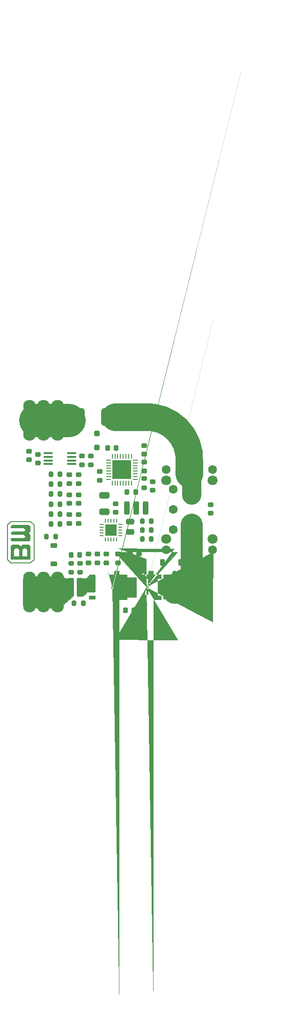
<source format=gbr>
%TF.GenerationSoftware,KiCad,Pcbnew,8.0.5*%
%TF.CreationDate,2024-10-29T13:47:40+01:00*%
%TF.ProjectId,BatteryMonitor,42617474-6572-4794-9d6f-6e69746f722e,rev?*%
%TF.SameCoordinates,Original*%
%TF.FileFunction,Soldermask,Top*%
%TF.FilePolarity,Negative*%
%FSLAX46Y46*%
G04 Gerber Fmt 4.6, Leading zero omitted, Abs format (unit mm)*
G04 Created by KiCad (PCBNEW 8.0.5) date 2024-10-29 13:47:40*
%MOMM*%
%LPD*%
G01*
G04 APERTURE LIST*
G04 Aperture macros list*
%AMRoundRect*
0 Rectangle with rounded corners*
0 $1 Rounding radius*
0 $2 $3 $4 $5 $6 $7 $8 $9 X,Y pos of 4 corners*
0 Add a 4 corners polygon primitive as box body*
4,1,4,$2,$3,$4,$5,$6,$7,$8,$9,$2,$3,0*
0 Add four circle primitives for the rounded corners*
1,1,$1+$1,$2,$3*
1,1,$1+$1,$4,$5*
1,1,$1+$1,$6,$7*
1,1,$1+$1,$8,$9*
0 Add four rect primitives between the rounded corners*
20,1,$1+$1,$2,$3,$4,$5,0*
20,1,$1+$1,$4,$5,$6,$7,0*
20,1,$1+$1,$6,$7,$8,$9,0*
20,1,$1+$1,$8,$9,$2,$3,0*%
%AMFreePoly0*
4,1,93,-0.830491,2.973079,-0.794443,2.958147,-0.766853,2.930557,-0.751921,2.894509,-0.750000,2.875000,-0.750000,2.280000,0.350000,2.280000,0.350000,2.875000,0.351921,2.894509,0.366853,2.930557,0.394443,2.958147,0.430491,2.973079,0.450000,2.975000,1.160000,2.975000,1.179509,2.973079,1.215557,2.958147,1.243147,2.930557,1.258079,2.894509,1.260000,2.875000,1.260000,2.280000,
2.630000,2.280000,2.649509,2.278079,2.685557,2.263147,2.713147,2.235557,2.728079,2.199509,2.730000,2.180000,2.730000,1.630000,2.728079,1.610491,2.713147,1.574443,2.685557,1.546853,2.649509,1.531921,2.630000,1.530000,2.030000,1.530000,2.030000,-1.530000,2.630000,-1.530000,2.649509,-1.531921,2.685557,-1.546853,2.713147,-1.574443,2.728079,-1.610491,2.730000,-1.630000,
2.730000,-2.180000,2.728079,-2.199509,2.713147,-2.235557,2.685557,-2.263147,2.649509,-2.278079,2.630000,-2.280000,1.260000,-2.280000,1.260000,-2.875000,1.258079,-2.894509,1.243147,-2.930557,1.215557,-2.958147,1.179509,-2.973079,1.160000,-2.975000,0.450000,-2.975000,0.430491,-2.973079,0.394443,-2.958147,0.366853,-2.930557,0.351921,-2.894509,0.350000,-2.875000,0.350000,-2.280000,
-0.750000,-2.280000,-0.750000,-2.875000,-0.751921,-2.894509,-0.766853,-2.930557,-0.794443,-2.958147,-0.830491,-2.973079,-0.850000,-2.975000,-1.560000,-2.975000,-1.579509,-2.973079,-1.615557,-2.958147,-1.643147,-2.930557,-1.658079,-2.894509,-1.660000,-2.875000,-1.660000,-2.280000,-1.827000,-2.280000,-1.904685,-2.264548,-1.970543,-2.220543,-2.014548,-2.154685,-2.030000,-2.077000,-2.030000,2.077000,
-2.014548,2.154685,-1.970543,2.220543,-1.904685,2.264548,-1.827000,2.280000,-1.660000,2.280000,-1.660000,2.875000,-1.658079,2.894509,-1.643147,2.930557,-1.615557,2.958147,-1.579509,2.973079,-1.560000,2.975000,-0.850000,2.975000,-0.830491,2.973079,-0.830491,2.973079,$1*%
G04 Aperture macros list end*
%ADD10C,4.000000*%
%ADD11C,6.000000*%
%ADD12C,3.500000*%
%ADD13C,0.100000*%
%ADD14C,5.000000*%
%ADD15C,0.150000*%
%ADD16C,0.000000*%
%ADD17RoundRect,0.100000X0.712500X0.100000X-0.712500X0.100000X-0.712500X-0.100000X0.712500X-0.100000X0*%
%ADD18RoundRect,0.225000X-0.250000X0.225000X-0.250000X-0.225000X0.250000X-0.225000X0.250000X0.225000X0*%
%ADD19RoundRect,0.225000X0.250000X-0.225000X0.250000X0.225000X-0.250000X0.225000X-0.250000X-0.225000X0*%
%ADD20RoundRect,0.200000X-0.200000X-0.275000X0.200000X-0.275000X0.200000X0.275000X-0.200000X0.275000X0*%
%ADD21RoundRect,0.200000X-0.275000X0.200000X-0.275000X-0.200000X0.275000X-0.200000X0.275000X0.200000X0*%
%ADD22RoundRect,0.307500X0.307500X1.337500X-0.307500X1.337500X-0.307500X-1.337500X0.307500X-1.337500X0*%
%ADD23RoundRect,0.187500X0.427500X0.187500X-0.427500X0.187500X-0.427500X-0.187500X0.427500X-0.187500X0*%
%ADD24FreePoly0,180.000000*%
%ADD25RoundRect,0.307500X-0.307500X-1.337500X0.307500X-1.337500X0.307500X1.337500X-0.307500X1.337500X0*%
%ADD26RoundRect,0.187500X-0.427500X-0.187500X0.427500X-0.187500X0.427500X0.187500X-0.427500X0.187500X0*%
%ADD27FreePoly0,0.000000*%
%ADD28RoundRect,0.200000X0.200000X0.275000X-0.200000X0.275000X-0.200000X-0.275000X0.200000X-0.275000X0*%
%ADD29RoundRect,0.225000X-0.225000X-0.375000X0.225000X-0.375000X0.225000X0.375000X-0.225000X0.375000X0*%
%ADD30RoundRect,0.225000X0.225000X0.250000X-0.225000X0.250000X-0.225000X-0.250000X0.225000X-0.250000X0*%
%ADD31RoundRect,0.250000X0.475000X-0.250000X0.475000X0.250000X-0.475000X0.250000X-0.475000X-0.250000X0*%
%ADD32RoundRect,0.062500X0.375000X0.062500X-0.375000X0.062500X-0.375000X-0.062500X0.375000X-0.062500X0*%
%ADD33RoundRect,0.062500X0.062500X0.375000X-0.062500X0.375000X-0.062500X-0.375000X0.062500X-0.375000X0*%
%ADD34R,3.450000X3.450000*%
%ADD35RoundRect,0.225000X-0.225000X-0.250000X0.225000X-0.250000X0.225000X0.250000X-0.225000X0.250000X0*%
%ADD36RoundRect,0.237500X0.237500X-0.987500X0.237500X0.987500X-0.237500X0.987500X-0.237500X-0.987500X0*%
%ADD37RoundRect,0.237500X-0.237500X0.987500X-0.237500X-0.987500X0.237500X-0.987500X0.237500X0.987500X0*%
%ADD38RoundRect,0.250000X0.250000X-0.250000X0.250000X0.250000X-0.250000X0.250000X-0.250000X-0.250000X0*%
%ADD39RoundRect,0.200000X0.275000X-0.200000X0.275000X0.200000X-0.275000X0.200000X-0.275000X-0.200000X0*%
%ADD40RoundRect,0.225000X-0.375000X0.225000X-0.375000X-0.225000X0.375000X-0.225000X0.375000X0.225000X0*%
%ADD41O,0.700000X0.240000*%
%ADD42O,0.240000X0.700000*%
%ADD43R,2.049999X2.049999*%
%ADD44RoundRect,0.250000X-0.650000X0.325000X-0.650000X-0.325000X0.650000X-0.325000X0.650000X0.325000X0*%
%ADD45RoundRect,0.462963X-0.787037X-1.127037X0.787037X-1.127037X0.787037X1.127037X-0.787037X1.127037X0*%
%ADD46RoundRect,0.250000X-0.250000X-1.450000X0.250000X-1.450000X0.250000X1.450000X-0.250000X1.450000X0*%
%ADD47C,2.300000*%
%ADD48C,3.000000*%
%ADD49C,1.600000*%
%ADD50C,1.800000*%
G04 APERTURE END LIST*
D10*
X164500000Y-112200000D02*
G75*
G02*
X161399997Y-115699965I-3398300J-112900D01*
G01*
D11*
X136300000Y-84600000D02*
X142300000Y-84600000D01*
D12*
X164500000Y-98000000D02*
X164500000Y-95100000D01*
D13*
X141600000Y-113100000D02*
X142900000Y-113100000D01*
X142900000Y-116500000D01*
X140600000Y-118400000D01*
X134400000Y-118400000D01*
X134000000Y-118000000D01*
X134000000Y-113200000D01*
X134400000Y-112800000D01*
X141300000Y-112800000D01*
X141600000Y-113100000D01*
G36*
X141600000Y-113100000D02*
G01*
X142900000Y-113100000D01*
X142900000Y-116500000D01*
X140600000Y-118400000D01*
X134400000Y-118400000D01*
X134000000Y-118000000D01*
X134000000Y-113200000D01*
X134400000Y-112800000D01*
X141300000Y-112800000D01*
X141600000Y-113100000D01*
G37*
D14*
X155900000Y-84000000D02*
G75*
G02*
X164100001Y-92100000I568500J-7625100D01*
G01*
X164100000Y-92100000D02*
X164100000Y-94200000D01*
X155900000Y-84000000D02*
X150700000Y-84000000D01*
D13*
X152000000Y-112900000D02*
X154500000Y-112900000D01*
X154500000Y-116500000D01*
X152000000Y-116500000D01*
X152000000Y-112900000D01*
G36*
X152000000Y-112900000D02*
G01*
X154500000Y-112900000D01*
X154500000Y-116500000D01*
X152000000Y-116500000D01*
X152000000Y-112900000D01*
G37*
D10*
X164500000Y-112200000D02*
X164500000Y-103400000D01*
D13*
X146800000Y-115600000D02*
X145600000Y-115600000D01*
X144900000Y-116300000D01*
X144100000Y-116300000D01*
X144100000Y-113100000D01*
X145400000Y-113100000D01*
X146000000Y-112500000D01*
X146800000Y-112500000D01*
X146800000Y-115600000D01*
G36*
X146800000Y-115600000D02*
G01*
X145600000Y-115600000D01*
X144900000Y-116300000D01*
X144100000Y-116300000D01*
X144100000Y-113100000D01*
X145400000Y-113100000D01*
X146000000Y-112500000D01*
X146800000Y-112500000D01*
X146800000Y-115600000D01*
G37*
D15*
%TO.C,REF\u002A\u002A*%
X136000000Y-103450000D02*
X136000000Y-109750000D01*
X135400000Y-110350000D01*
X131800000Y-110350000D01*
X131200000Y-109750000D01*
X131200000Y-103450000D01*
X131800000Y-102850000D01*
X135400000Y-102850000D01*
X136000000Y-103450000D01*
D16*
G36*
X133300000Y-107950000D02*
G01*
X133000000Y-107650000D01*
X132700000Y-107650000D01*
X132400000Y-107950000D01*
X132400000Y-109150000D01*
X133300000Y-109150000D01*
X133300000Y-109750000D01*
X131800000Y-109750000D01*
X131800000Y-107350000D01*
X132100000Y-107050000D01*
X133300000Y-107050000D01*
X133300000Y-107950000D01*
G37*
G36*
X135400000Y-107350000D02*
G01*
X135400000Y-109750000D01*
X133300000Y-109750000D01*
X133300000Y-109150000D01*
X133300000Y-107950000D01*
X133900000Y-107950000D01*
X133900000Y-109150000D01*
X134800000Y-109150000D01*
X134800000Y-107950000D01*
X134500000Y-107650000D01*
X134200000Y-107650000D01*
X133900000Y-107950000D01*
X133300000Y-107950000D01*
X133300000Y-107050000D01*
X133600000Y-107350000D01*
X133900000Y-107050000D01*
X135100000Y-107050000D01*
X135400000Y-107350000D01*
G37*
G36*
X135400000Y-103750000D02*
G01*
X135400000Y-104650000D01*
X135100000Y-104950000D01*
X135400000Y-105250000D01*
X135400000Y-106150000D01*
X135100000Y-106450000D01*
X132100000Y-106450000D01*
X131800000Y-106150000D01*
X131800000Y-105850000D01*
X134200000Y-105850000D01*
X134500000Y-105550000D01*
X134200000Y-105250000D01*
X132100000Y-105250000D01*
X131800000Y-104950000D01*
X132100000Y-104650000D01*
X134200000Y-104650000D01*
X134500000Y-104350000D01*
X134200000Y-104050000D01*
X131800000Y-104050000D01*
X131800000Y-103750000D01*
X132100000Y-103450000D01*
X135100000Y-103450000D01*
X135400000Y-103750000D01*
G37*
%TD*%
D17*
%TO.C,U3*%
X142812500Y-92475000D03*
X142812500Y-91825000D03*
X142812500Y-91175000D03*
X142812500Y-90525000D03*
X138587500Y-90525000D03*
X138587500Y-91175000D03*
X138587500Y-91825000D03*
X138587500Y-92475000D03*
%TD*%
D18*
%TO.C,C19*%
X144700000Y-91025000D03*
X144700000Y-92575000D03*
%TD*%
%TO.C,C16*%
X146300000Y-91025000D03*
X146300000Y-92575000D03*
%TD*%
D19*
%TO.C,C12*%
X136700000Y-92275000D03*
X136700000Y-90725000D03*
%TD*%
%TO.C,C11*%
X135100000Y-90125000D03*
X135100000Y-91675000D03*
%TD*%
D20*
%TO.C,R9*%
X139075000Y-97900000D03*
X140725000Y-97900000D03*
%TD*%
D18*
%TO.C,C13*%
X144100000Y-94425000D03*
X144100000Y-95975000D03*
%TD*%
D21*
%TO.C,R17*%
X144300000Y-110375000D03*
X144300000Y-112025000D03*
%TD*%
D22*
%TO.C,Q3*%
X159960000Y-115335000D03*
D23*
X159960000Y-112795000D03*
D24*
X156355000Y-114700000D03*
%TD*%
D25*
%TO.C,Q2*%
X146540000Y-114065000D03*
D26*
X146540000Y-116605000D03*
D27*
X150145000Y-114700000D03*
%TD*%
D20*
%TO.C,R12*%
X139075000Y-103300000D03*
X140725000Y-103300000D03*
%TD*%
D28*
%TO.C,R4*%
X157225000Y-106000000D03*
X155575000Y-106000000D03*
%TD*%
D29*
%TO.C,D2*%
X159250000Y-110200000D03*
X162550000Y-110200000D03*
%TD*%
D18*
%TO.C,C24*%
X168000000Y-99825000D03*
X168000000Y-101375000D03*
%TD*%
D21*
%TO.C,R14*%
X153400000Y-108675000D03*
X153400000Y-110325000D03*
%TD*%
D18*
%TO.C,C3*%
X147900000Y-93825000D03*
X147900000Y-95375000D03*
%TD*%
D30*
%TO.C,C2*%
X150875000Y-89600000D03*
X149325000Y-89600000D03*
%TD*%
D19*
%TO.C,C1*%
X155900000Y-93675000D03*
X155900000Y-92125000D03*
%TD*%
D28*
%TO.C,R21*%
X139925000Y-105600000D03*
X138275000Y-105600000D03*
%TD*%
D20*
%TO.C,R10*%
X139075000Y-99700000D03*
X140725000Y-99700000D03*
%TD*%
D18*
%TO.C,C23*%
X145900000Y-108725000D03*
X145900000Y-110275000D03*
%TD*%
D19*
%TO.C,C22*%
X149100000Y-110275000D03*
X149100000Y-108725000D03*
%TD*%
D31*
%TO.C,C8*%
X153400000Y-104750000D03*
X153400000Y-102850000D03*
%TD*%
D18*
%TO.C,C21*%
X147490000Y-108725000D03*
X147490000Y-110275000D03*
%TD*%
D32*
%TO.C,U2*%
X154337500Y-95250000D03*
X154337500Y-94750000D03*
X154337500Y-94250000D03*
X154337500Y-93750000D03*
X154337500Y-93250000D03*
X154337500Y-92750000D03*
X154337500Y-92250000D03*
X154337500Y-91750000D03*
D33*
X153650000Y-91062500D03*
X153150000Y-91062500D03*
X152650000Y-91062500D03*
X152150000Y-91062500D03*
X151650000Y-91062500D03*
X151150000Y-91062500D03*
X150650000Y-91062500D03*
X150150000Y-91062500D03*
D32*
X149462500Y-91750000D03*
X149462500Y-92250000D03*
X149462500Y-92750000D03*
X149462500Y-93250000D03*
X149462500Y-93750000D03*
X149462500Y-94250000D03*
X149462500Y-94750000D03*
X149462500Y-95250000D03*
D33*
X150150000Y-95937500D03*
X150650000Y-95937500D03*
X151150000Y-95937500D03*
X151650000Y-95937500D03*
X152150000Y-95937500D03*
X152650000Y-95937500D03*
X153150000Y-95937500D03*
X153650000Y-95937500D03*
D34*
X151900000Y-93500000D03*
%TD*%
D20*
%TO.C,R19*%
X161475000Y-112300000D03*
X163125000Y-112300000D03*
%TD*%
D28*
%TO.C,R3*%
X157225000Y-104400000D03*
X155575000Y-104400000D03*
%TD*%
D21*
%TO.C,R15*%
X155000000Y-108675000D03*
X155000000Y-110325000D03*
%TD*%
D35*
%TO.C,C20*%
X142725000Y-108890000D03*
X144275000Y-108890000D03*
%TD*%
D18*
%TO.C,C15*%
X144100000Y-98025000D03*
X144100000Y-99575000D03*
%TD*%
D28*
%TO.C,R2*%
X157225000Y-102800000D03*
X155575000Y-102800000D03*
%TD*%
D18*
%TO.C,C7*%
X150800000Y-99625000D03*
X150800000Y-101175000D03*
%TD*%
D36*
%TO.C,TP3*%
X156200000Y-100400000D03*
%TD*%
D18*
%TO.C,C9*%
X157500000Y-95625000D03*
X157500000Y-97175000D03*
%TD*%
D28*
%TO.C,R18*%
X144925000Y-117600000D03*
X143275000Y-117600000D03*
%TD*%
D18*
%TO.C,C10*%
X142400000Y-94425000D03*
X142400000Y-95975000D03*
%TD*%
D37*
%TO.C,TP4*%
X154500000Y-100400000D03*
%TD*%
D36*
%TO.C,TP5*%
X152800000Y-100400000D03*
%TD*%
D38*
%TO.C,D1*%
X147400000Y-89450000D03*
X147400000Y-86950000D03*
%TD*%
D21*
%TO.C,R16*%
X142700000Y-110375000D03*
X142700000Y-112025000D03*
%TD*%
D20*
%TO.C,R5*%
X139075000Y-94300000D03*
X140725000Y-94300000D03*
%TD*%
D39*
%TO.C,R1*%
X155900000Y-96725000D03*
X155900000Y-95075000D03*
%TD*%
D40*
%TO.C,D3*%
X139600000Y-107150000D03*
X139600000Y-110450000D03*
%TD*%
D18*
%TO.C,C18*%
X144100000Y-101625000D03*
X144100000Y-103175000D03*
%TD*%
%TO.C,C14*%
X142400000Y-98025000D03*
X142400000Y-99575000D03*
%TD*%
D20*
%TO.C,R6*%
X139075000Y-96100000D03*
X140725000Y-96100000D03*
%TD*%
D18*
%TO.C,C5*%
X155900000Y-89125000D03*
X155900000Y-90675000D03*
%TD*%
D20*
%TO.C,R11*%
X139075000Y-101500000D03*
X140725000Y-101500000D03*
%TD*%
D18*
%TO.C,C17*%
X142400000Y-101625000D03*
X142400000Y-103175000D03*
%TD*%
D41*
%TO.C,U1*%
X148200000Y-103400000D03*
X148200000Y-103900000D03*
X148200000Y-104400000D03*
X148200000Y-104900000D03*
X148200000Y-105400000D03*
D42*
X148900000Y-106100000D03*
X149400000Y-106100000D03*
X149900000Y-106100000D03*
X150400000Y-106100000D03*
X150900000Y-106100000D03*
D41*
X151600000Y-105400000D03*
X151600000Y-104900000D03*
X151600000Y-104400000D03*
X151600000Y-103900000D03*
X151600000Y-103400000D03*
D42*
X150900000Y-102700000D03*
X150400000Y-102700000D03*
X149900000Y-102700000D03*
X149400000Y-102700000D03*
X148900000Y-102700000D03*
D43*
X149900000Y-104400000D03*
%TD*%
D18*
%TO.C,C26*%
X151200000Y-108725000D03*
X151200000Y-110275000D03*
%TD*%
D44*
%TO.C,C6*%
X148700000Y-98125000D03*
X148700000Y-101075000D03*
%TD*%
D35*
%TO.C,C4*%
X152825000Y-97500000D03*
X154375000Y-97500000D03*
%TD*%
D45*
%TO.C,F1*%
X143950000Y-84000000D03*
X149450000Y-84000000D03*
%TD*%
D35*
%TO.C,C25*%
X152525000Y-118900000D03*
X154075000Y-118900000D03*
%TD*%
D46*
%TO.C,R20*%
X142750000Y-114700000D03*
X144250000Y-114700000D03*
%TD*%
D47*
%TO.C,J2*%
X140240000Y-87140000D03*
X140240000Y-82060000D03*
X137700000Y-87140000D03*
X137700000Y-82060000D03*
X135160000Y-87140000D03*
X135160000Y-82060000D03*
%TD*%
%TO.C,J5*%
X140240000Y-118140000D03*
X140240000Y-113060000D03*
X137700000Y-118140000D03*
X137700000Y-113060000D03*
X135160000Y-118140000D03*
X135160000Y-113060000D03*
%TD*%
D48*
%TO.C,J6*%
X164525000Y-105737500D03*
X164525000Y-103437500D03*
X164525000Y-97937500D03*
X164525000Y-95637500D03*
D49*
X161150000Y-104337500D03*
X161150000Y-100687500D03*
X161150000Y-97037500D03*
X168325000Y-107937500D03*
D50*
X168325000Y-105987500D03*
X168325000Y-95387500D03*
D49*
X168325000Y-93437500D03*
X159875000Y-107937500D03*
D50*
X159875000Y-105987500D03*
X159875000Y-95387500D03*
D49*
X159875000Y-93437500D03*
%TD*%
M02*

</source>
